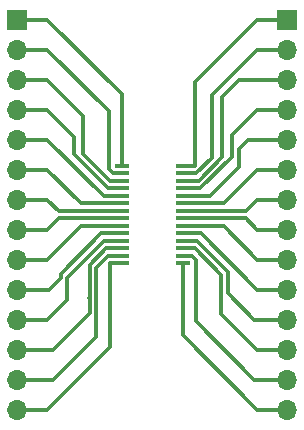
<source format=gbr>
%TF.GenerationSoftware,KiCad,Pcbnew,5.1.4-3.fc31*%
%TF.CreationDate,2019-11-27T18:42:09+01:00*%
%TF.ProjectId,SSOP-28_3.9x9.9mm_P0.635,53534f50-2d32-4385-9f33-2e3978392e39,1.0*%
%TF.SameCoordinates,Original*%
%TF.FileFunction,Copper,L1,Top*%
%TF.FilePolarity,Positive*%
%FSLAX46Y46*%
G04 Gerber Fmt 4.6, Leading zero omitted, Abs format (unit mm)*
G04 Created by KiCad (PCBNEW 5.1.4-3.fc31) date 2019-11-27 18:42:09*
%MOMM*%
%LPD*%
G04 APERTURE LIST*
%TA.AperFunction,ComponentPad*%
%ADD10R,1.700000X1.700000*%
%TD*%
%TA.AperFunction,ComponentPad*%
%ADD11O,1.700000X1.700000*%
%TD*%
%TA.AperFunction,SMDPad,CuDef*%
%ADD12R,1.200000X0.400000*%
%TD*%
%TA.AperFunction,Conductor*%
%ADD13C,0.350000*%
%TD*%
G04 APERTURE END LIST*
D10*
%TO.P,J1,1*%
%TO.N,Net-(J1-Pad1)*%
X124460000Y-96520000D03*
D11*
%TO.P,J1,2*%
%TO.N,Net-(J1-Pad2)*%
X124460000Y-99060000D03*
%TO.P,J1,3*%
%TO.N,Net-(J1-Pad3)*%
X124460000Y-101600000D03*
%TO.P,J1,4*%
%TO.N,Net-(J1-Pad4)*%
X124460000Y-104140000D03*
%TO.P,J1,5*%
%TO.N,Net-(J1-Pad5)*%
X124460000Y-106680000D03*
%TO.P,J1,6*%
%TO.N,Net-(J1-Pad6)*%
X124460000Y-109220000D03*
%TO.P,J1,7*%
%TO.N,Net-(J1-Pad7)*%
X124460000Y-111760000D03*
%TO.P,J1,8*%
%TO.N,Net-(J1-Pad8)*%
X124460000Y-114300000D03*
%TO.P,J1,9*%
%TO.N,Net-(J1-Pad9)*%
X124460000Y-116840000D03*
%TO.P,J1,10*%
%TO.N,Net-(J1-Pad10)*%
X124460000Y-119380000D03*
%TO.P,J1,11*%
%TO.N,Net-(J1-Pad11)*%
X124460000Y-121920000D03*
%TO.P,J1,12*%
%TO.N,Net-(J1-Pad12)*%
X124460000Y-124460000D03*
%TO.P,J1,13*%
%TO.N,Net-(J1-Pad13)*%
X124460000Y-127000000D03*
%TO.P,J1,14*%
%TO.N,Net-(J1-Pad14)*%
X124460000Y-129540000D03*
%TD*%
%TO.P,J2,14*%
%TO.N,Net-(J2-Pad14)*%
X147320000Y-129540000D03*
%TO.P,J2,13*%
%TO.N,Net-(J2-Pad13)*%
X147320000Y-127000000D03*
%TO.P,J2,12*%
%TO.N,Net-(J2-Pad12)*%
X147320000Y-124460000D03*
%TO.P,J2,11*%
%TO.N,Net-(J2-Pad11)*%
X147320000Y-121920000D03*
%TO.P,J2,10*%
%TO.N,Net-(J2-Pad10)*%
X147320000Y-119380000D03*
%TO.P,J2,9*%
%TO.N,Net-(J2-Pad9)*%
X147320000Y-116840000D03*
%TO.P,J2,8*%
%TO.N,Net-(J2-Pad8)*%
X147320000Y-114300000D03*
%TO.P,J2,7*%
%TO.N,Net-(J2-Pad7)*%
X147320000Y-111760000D03*
%TO.P,J2,6*%
%TO.N,Net-(J2-Pad6)*%
X147320000Y-109220000D03*
%TO.P,J2,5*%
%TO.N,Net-(J2-Pad5)*%
X147320000Y-106680000D03*
%TO.P,J2,4*%
%TO.N,Net-(J2-Pad4)*%
X147320000Y-104140000D03*
%TO.P,J2,3*%
%TO.N,Net-(J2-Pad3)*%
X147320000Y-101600000D03*
%TO.P,J2,2*%
%TO.N,Net-(J2-Pad2)*%
X147320000Y-99060000D03*
D10*
%TO.P,J2,1*%
%TO.N,Net-(J2-Pad1)*%
X147320000Y-96520000D03*
%TD*%
D12*
%TO.P,U1,1*%
%TO.N,Net-(J1-Pad1)*%
X133290000Y-108902500D03*
%TO.P,U1,2*%
%TO.N,Net-(J1-Pad2)*%
X133290000Y-109537500D03*
%TO.P,U1,3*%
%TO.N,Net-(J1-Pad3)*%
X133290000Y-110172500D03*
%TO.P,U1,4*%
%TO.N,Net-(J1-Pad4)*%
X133290000Y-110807500D03*
%TO.P,U1,5*%
%TO.N,Net-(J1-Pad5)*%
X133290000Y-111442500D03*
%TO.P,U1,6*%
%TO.N,Net-(J1-Pad6)*%
X133290000Y-112077500D03*
%TO.P,U1,7*%
%TO.N,Net-(J1-Pad7)*%
X133290000Y-112712500D03*
%TO.P,U1,8*%
%TO.N,Net-(J1-Pad8)*%
X133290000Y-113347500D03*
%TO.P,U1,9*%
%TO.N,Net-(J1-Pad9)*%
X133290000Y-113982500D03*
%TO.P,U1,10*%
%TO.N,Net-(J1-Pad10)*%
X133290000Y-114617500D03*
%TO.P,U1,11*%
%TO.N,Net-(J1-Pad11)*%
X133290000Y-115252500D03*
%TO.P,U1,12*%
%TO.N,Net-(J1-Pad12)*%
X133290000Y-115887500D03*
%TO.P,U1,13*%
%TO.N,Net-(J1-Pad13)*%
X133290000Y-116522500D03*
%TO.P,U1,14*%
%TO.N,Net-(J1-Pad14)*%
X133290000Y-117157500D03*
%TO.P,U1,15*%
%TO.N,Net-(J2-Pad14)*%
X138490000Y-117157500D03*
%TO.P,U1,16*%
%TO.N,Net-(J2-Pad13)*%
X138490000Y-116522500D03*
%TO.P,U1,17*%
%TO.N,Net-(J2-Pad12)*%
X138490000Y-115887500D03*
%TO.P,U1,18*%
%TO.N,Net-(J2-Pad11)*%
X138490000Y-115252500D03*
%TO.P,U1,19*%
%TO.N,Net-(J2-Pad10)*%
X138490000Y-114617500D03*
%TO.P,U1,20*%
%TO.N,Net-(J2-Pad9)*%
X138490000Y-113982500D03*
%TO.P,U1,21*%
%TO.N,Net-(J2-Pad8)*%
X138490000Y-113347500D03*
%TO.P,U1,22*%
%TO.N,Net-(J2-Pad7)*%
X138490000Y-112712500D03*
%TO.P,U1,23*%
%TO.N,Net-(J2-Pad6)*%
X138490000Y-112077500D03*
%TO.P,U1,24*%
%TO.N,Net-(J2-Pad5)*%
X138490000Y-111442500D03*
%TO.P,U1,25*%
%TO.N,Net-(J2-Pad4)*%
X138490000Y-110807500D03*
%TO.P,U1,26*%
%TO.N,Net-(J2-Pad3)*%
X138490000Y-110172500D03*
%TO.P,U1,27*%
%TO.N,Net-(J2-Pad2)*%
X138490000Y-109537500D03*
%TO.P,U1,28*%
%TO.N,Net-(J2-Pad1)*%
X138490000Y-108902500D03*
%TD*%
D13*
%TO.N,Net-(J1-Pad1)*%
X127000000Y-96520000D02*
X133290000Y-102810000D01*
X133290000Y-102810000D02*
X133290000Y-108902500D01*
X124460000Y-96520000D02*
X127000000Y-96520000D01*
%TO.N,Net-(J1-Pad2)*%
X132562100Y-109537500D02*
X132223100Y-109198500D01*
X132223100Y-109198500D02*
X132223100Y-104283100D01*
X133290000Y-109537500D02*
X132562100Y-109537500D01*
X132223100Y-104283100D02*
X127000000Y-99060000D01*
X126205100Y-99060000D02*
X124460000Y-99060000D01*
X127000000Y-99060000D02*
X126205100Y-99060000D01*
%TO.N,Net-(J1-Pad3)*%
X133290000Y-110172500D02*
X132314700Y-110172500D01*
X127000000Y-101600000D02*
X130056000Y-104656000D01*
X130056000Y-104656000D02*
X130056000Y-107913800D01*
X130056000Y-107913800D02*
X132314700Y-110172500D01*
X124460000Y-101600000D02*
X127000000Y-101600000D01*
%TO.N,Net-(J1-Pad4)*%
X132135400Y-110807500D02*
X133290000Y-110807500D01*
X126462300Y-104140000D02*
X127000000Y-104140000D01*
X124460000Y-104140000D02*
X126462300Y-104140000D01*
X132135400Y-110771030D02*
X129286000Y-107921630D01*
X132135400Y-110807500D02*
X132135400Y-110771030D01*
X129286000Y-106426000D02*
X127000000Y-104140000D01*
X129286000Y-107921630D02*
X129286000Y-106426000D01*
%TO.N,Net-(J1-Pad5)*%
X127000000Y-106680000D02*
X131762500Y-111442500D01*
X131762500Y-111442500D02*
X133290000Y-111442500D01*
X124460000Y-106680000D02*
X127000000Y-106680000D01*
%TO.N,Net-(J1-Pad6)*%
X127000000Y-109220000D02*
X129857500Y-112077500D01*
X129857500Y-112077500D02*
X133290000Y-112077500D01*
X124460000Y-109220000D02*
X127000000Y-109220000D01*
%TO.N,Net-(J1-Pad7)*%
X127000000Y-111760000D02*
X127952500Y-112712500D01*
X127952500Y-112712500D02*
X133290000Y-112712500D01*
X124460000Y-111760000D02*
X127000000Y-111760000D01*
%TO.N,Net-(J1-Pad8)*%
X127000000Y-114300000D02*
X127952500Y-113347500D01*
X127952500Y-113347500D02*
X133290000Y-113347500D01*
X124460000Y-114300000D02*
X127000000Y-114300000D01*
%TO.N,Net-(J1-Pad9)*%
X127000000Y-116840000D02*
X129857500Y-113982500D01*
X129857500Y-113982500D02*
X133290000Y-113982500D01*
X124460000Y-116840000D02*
X127000000Y-116840000D01*
%TO.N,Net-(J1-Pad10)*%
X128145990Y-118041610D02*
X131570100Y-114617500D01*
X128145990Y-118361010D02*
X128145990Y-118041610D01*
X131570100Y-114617500D02*
X133290000Y-114617500D01*
X127127000Y-119380000D02*
X128145990Y-118361010D01*
X124460000Y-119380000D02*
X127127000Y-119380000D01*
%TO.N,Net-(J1-Pad11)*%
X127000000Y-121920000D02*
X128696000Y-120224000D01*
X128696000Y-120224000D02*
X128696000Y-118351500D01*
X128696000Y-118351500D02*
X131795000Y-115252500D01*
X131795000Y-115252500D02*
X133290000Y-115252500D01*
X124460000Y-121920000D02*
X127000000Y-121920000D01*
%TO.N,Net-(J1-Pad12)*%
X130579200Y-117268800D02*
X131960500Y-115887500D01*
X130556000Y-120109100D02*
X130579200Y-120085900D01*
X131960500Y-115887500D02*
X133290000Y-115887500D01*
X130579200Y-120085900D02*
X130579200Y-117268800D01*
X130579200Y-121388800D02*
X130579200Y-120085900D01*
X124460000Y-124460000D02*
X127508000Y-124460000D01*
X127508000Y-124460000D02*
X130579200Y-121388800D01*
%TO.N,Net-(J1-Pad13)*%
X131129500Y-117558500D02*
X132165500Y-116522500D01*
X132165500Y-116522500D02*
X133290000Y-116522500D01*
X131129500Y-123378500D02*
X131129500Y-117558500D01*
X124460000Y-127000000D02*
X127508000Y-127000000D01*
X127508000Y-127000000D02*
X131129500Y-123378500D01*
%TO.N,Net-(J1-Pad14)*%
X133290000Y-117157500D02*
X132314700Y-117157500D01*
X127000000Y-129540000D02*
X132314700Y-124225300D01*
X132314700Y-124225300D02*
X132314700Y-117157500D01*
X124460000Y-129540000D02*
X127000000Y-129540000D01*
%TO.N,Net-(J2-Pad14)*%
X144780000Y-129540000D02*
X138490000Y-123250000D01*
X138490000Y-123250000D02*
X138490000Y-117157500D01*
X147320000Y-129540000D02*
X144780000Y-129540000D01*
%TO.N,Net-(J2-Pad13)*%
X139557100Y-116861700D02*
X139217900Y-116522500D01*
X139557100Y-122031100D02*
X139557100Y-116861700D01*
X139217900Y-116522500D02*
X138490000Y-116522500D01*
X147320000Y-127000000D02*
X144526000Y-127000000D01*
X144526000Y-127000000D02*
X139557100Y-122031100D01*
%TO.N,Net-(J2-Pad12)*%
X138490000Y-115887500D02*
X139465300Y-115887500D01*
X144780000Y-124460000D02*
X141724200Y-121404200D01*
X141724200Y-121404200D02*
X141724200Y-118146400D01*
X141724200Y-118146400D02*
X139465300Y-115887500D01*
X147320000Y-124460000D02*
X144780000Y-124460000D01*
%TO.N,Net-(J2-Pad11)*%
X139644600Y-115252500D02*
X138490000Y-115252500D01*
X142274210Y-117882110D02*
X139644600Y-115252500D01*
X142274210Y-119668210D02*
X142274210Y-117882110D01*
X147320000Y-121920000D02*
X144526000Y-121920000D01*
X144526000Y-121920000D02*
X142274210Y-119668210D01*
%TO.N,Net-(J2-Pad10)*%
X144780000Y-119380000D02*
X140017500Y-114617500D01*
X140017500Y-114617500D02*
X138490000Y-114617500D01*
X147320000Y-119380000D02*
X144780000Y-119380000D01*
%TO.N,Net-(J2-Pad9)*%
X144780000Y-116840000D02*
X141922500Y-113982500D01*
X141922500Y-113982500D02*
X138490000Y-113982500D01*
X147320000Y-116840000D02*
X144780000Y-116840000D01*
%TO.N,Net-(J2-Pad8)*%
X144780000Y-114300000D02*
X143827500Y-113347500D01*
X143827500Y-113347500D02*
X138490000Y-113347500D01*
X147320000Y-114300000D02*
X144780000Y-114300000D01*
%TO.N,Net-(J2-Pad7)*%
X144780000Y-111760000D02*
X143827500Y-112712500D01*
X143827500Y-112712500D02*
X138490000Y-112712500D01*
X147320000Y-111760000D02*
X144780000Y-111760000D01*
%TO.N,Net-(J2-Pad6)*%
X144780000Y-109220000D02*
X141922500Y-112077500D01*
X141922500Y-112077500D02*
X138490000Y-112077500D01*
X147320000Y-109220000D02*
X144780000Y-109220000D01*
%TO.N,Net-(J2-Pad5)*%
X140812500Y-111442500D02*
X138490000Y-111442500D01*
X143256000Y-108999000D02*
X140812500Y-111442500D01*
X143256000Y-107442000D02*
X143256000Y-108999000D01*
X147320000Y-106680000D02*
X144018000Y-106680000D01*
X144018000Y-106680000D02*
X143256000Y-107442000D01*
%TO.N,Net-(J2-Pad4)*%
X144780000Y-104140000D02*
X142631100Y-106288900D01*
X142631100Y-106288900D02*
X142631100Y-108141000D01*
X142631100Y-108141000D02*
X139964600Y-110807500D01*
X139964600Y-110807500D02*
X138490000Y-110807500D01*
X147320000Y-104140000D02*
X144780000Y-104140000D01*
%TO.N,Net-(J2-Pad3)*%
X139819500Y-110172500D02*
X138490000Y-110172500D01*
X141805700Y-103050300D02*
X141805700Y-108186300D01*
X141805700Y-108186300D02*
X139819500Y-110172500D01*
X147320000Y-101600000D02*
X143256000Y-101600000D01*
X143256000Y-101600000D02*
X141805700Y-103050300D01*
%TO.N,Net-(J2-Pad2)*%
X139614500Y-109537500D02*
X140948400Y-108203600D01*
X140948400Y-102891600D02*
X144780000Y-99060000D01*
X138490000Y-109537500D02*
X139614500Y-109537500D01*
X145575000Y-99060000D02*
X147320000Y-99060000D01*
X140948400Y-108203600D02*
X140948400Y-102891600D01*
X144780000Y-99060000D02*
X145575000Y-99060000D01*
%TO.N,Net-(J2-Pad1)*%
X138490000Y-108902500D02*
X139465300Y-108902500D01*
X144780000Y-96520000D02*
X139465300Y-101834700D01*
X139465300Y-101834700D02*
X139465300Y-108902500D01*
X147320000Y-96520000D02*
X144780000Y-96520000D01*
%TD*%
M02*

</source>
